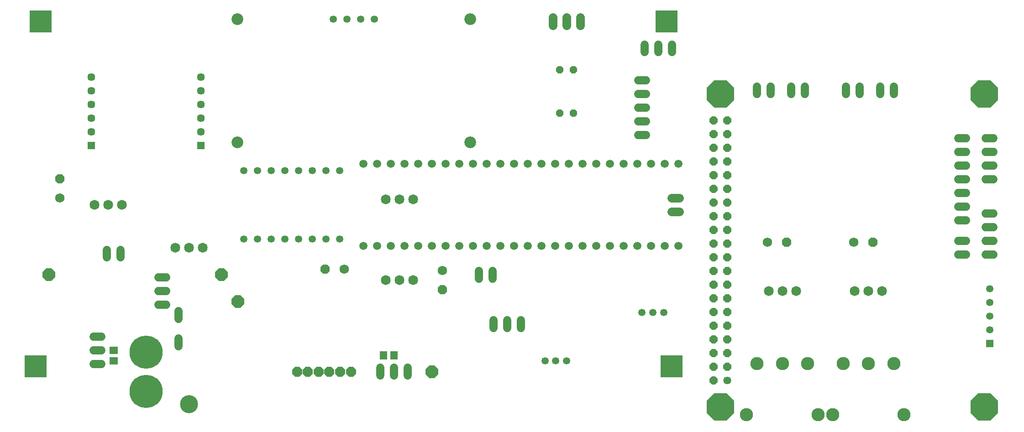
<source format=gbr>
G04 EAGLE Gerber RS-274X export*
G75*
%MOMM*%
%FSLAX34Y34*%
%LPD*%
%INSoldermask Bottom*%
%IPPOS*%
%AMOC8*
5,1,8,0,0,1.08239X$1,22.5*%
G01*
%ADD10C,3.350000*%
%ADD11C,1.515200*%
%ADD12C,1.650000*%
%ADD13R,1.450000X1.450000*%
%ADD14C,1.450000*%
%ADD15C,1.550000*%
%ADD16P,1.976877X8X202.500000*%
%ADD17C,1.350000*%
%ADD18C,1.566000*%
%ADD19C,2.182000*%
%ADD20C,6.150000*%
%ADD21C,1.826400*%
%ADD22P,1.894399X8X112.500000*%
%ADD23C,1.750200*%
%ADD24P,1.894399X8X202.500000*%
%ADD25P,1.894399X8X292.500000*%
%ADD26R,1.450000X1.650000*%
%ADD27R,1.650000X1.450000*%
%ADD28P,1.475081X8X202.500000*%
%ADD29P,2.499239X8X22.500000*%
%ADD30C,1.464400*%
%ADD31P,1.585052X8X112.500000*%
%ADD32R,1.350000X1.350000*%
%ADD33P,1.894399X8X22.500000*%
%ADD34C,2.450000*%
%ADD35R,4.110000X4.110000*%
%ADD36P,5.574308X8X22.500000*%


D10*
X310000Y40000D03*
D11*
X1217100Y486200D03*
X1191700Y486200D03*
X1166300Y486200D03*
X1140900Y486200D03*
X1115500Y486200D03*
X1090100Y486200D03*
X1064700Y486200D03*
X1039300Y486200D03*
X1013900Y486200D03*
X988500Y486200D03*
X963100Y486200D03*
X937700Y486200D03*
X912300Y486200D03*
X886900Y486200D03*
X836100Y486200D03*
X810700Y486200D03*
X785300Y486200D03*
X759900Y486200D03*
X886900Y333800D03*
X912300Y333800D03*
X937700Y333800D03*
X963100Y333800D03*
X988500Y333800D03*
X1013900Y333800D03*
X1039300Y333800D03*
X1064700Y333800D03*
X1090100Y333800D03*
X1115500Y333800D03*
X1140900Y333800D03*
X1166300Y333800D03*
X1191700Y333800D03*
X1217100Y333800D03*
X861500Y486200D03*
X759900Y333800D03*
X785300Y333800D03*
X810700Y333800D03*
X836100Y333800D03*
X861500Y333800D03*
X734500Y486200D03*
X709100Y486200D03*
X683700Y486200D03*
X658300Y486200D03*
X632900Y486200D03*
X632900Y333800D03*
X734500Y333800D03*
X709100Y333800D03*
X683700Y333800D03*
X658300Y333800D03*
D12*
X1204400Y422700D02*
X1219400Y422700D01*
X1219400Y397300D02*
X1204400Y397300D01*
D13*
X331600Y520000D03*
D14*
X331600Y545400D03*
D13*
X128400Y520000D03*
D14*
X331600Y647000D03*
X128400Y647000D03*
X331600Y570800D03*
X128400Y596200D03*
X128400Y621600D03*
X331600Y596200D03*
X331600Y621600D03*
X128400Y545400D03*
X128400Y570800D03*
D15*
X690000Y107000D02*
X690000Y93000D01*
X664600Y93000D02*
X664600Y107000D01*
X715400Y107000D02*
X715400Y93000D01*
X147000Y140000D02*
X133000Y140000D01*
X133000Y114600D02*
X147000Y114600D01*
X147000Y165400D02*
X133000Y165400D01*
D16*
X590000Y100000D03*
X570000Y100000D03*
X550000Y100000D03*
X530000Y100000D03*
X610000Y100000D03*
X510000Y100000D03*
D17*
X588900Y473500D03*
X563500Y473500D03*
X538100Y473500D03*
X512700Y473500D03*
X487300Y473500D03*
X461900Y473500D03*
X436500Y473500D03*
X411100Y473500D03*
X588900Y346500D03*
X563500Y346500D03*
X538100Y346500D03*
X512700Y346500D03*
X487300Y346500D03*
X461900Y346500D03*
X436500Y346500D03*
X411100Y346500D03*
D12*
X1035400Y742500D02*
X1035400Y757500D01*
X1010000Y757500D02*
X1010000Y742500D01*
X984600Y742500D02*
X984600Y757500D01*
D18*
X925400Y195180D02*
X925400Y181020D01*
X900000Y181020D02*
X900000Y195180D01*
X874600Y195180D02*
X874600Y181020D01*
D17*
X990000Y120000D03*
X1010000Y120000D03*
X970000Y120000D03*
D19*
X399100Y754300D03*
X830900Y754300D03*
X399100Y525700D03*
X830900Y525700D03*
D17*
X576900Y754300D03*
X602300Y754300D03*
X627700Y754300D03*
X653100Y754300D03*
D20*
X230000Y136250D03*
X230000Y63750D03*
D15*
X290000Y198400D02*
X290000Y212400D01*
X290000Y161600D02*
X290000Y147600D01*
D21*
X674600Y270000D03*
X700000Y270000D03*
X725400Y270000D03*
X674600Y420000D03*
X700000Y420000D03*
X725400Y420000D03*
X185400Y410000D03*
X160000Y410000D03*
X134600Y410000D03*
X335400Y330000D03*
X310000Y330000D03*
X284600Y330000D03*
D22*
X70000Y457780D03*
D23*
X70000Y422220D03*
D24*
X562220Y290000D03*
D23*
X597780Y290000D03*
D25*
X780000Y252220D03*
D23*
X780000Y287780D03*
D26*
X670500Y130000D03*
X689500Y130000D03*
D27*
X170000Y120500D03*
X170000Y139500D03*
D28*
X1022700Y660000D03*
X997300Y660000D03*
X1022700Y580000D03*
X997300Y580000D03*
D18*
X1205400Y692920D02*
X1205400Y707080D01*
X1180000Y707080D02*
X1180000Y692920D01*
X1154600Y692920D02*
X1154600Y707080D01*
X1157080Y640800D02*
X1142920Y640800D01*
X1142920Y615400D02*
X1157080Y615400D01*
X1157080Y590000D02*
X1142920Y590000D01*
X1142920Y564600D02*
X1157080Y564600D01*
X1157080Y539200D02*
X1142920Y539200D01*
X157300Y326080D02*
X157300Y311920D01*
X182700Y311920D02*
X182700Y326080D01*
X847300Y287080D02*
X847300Y272920D01*
X872700Y272920D02*
X872700Y287080D01*
X267080Y275400D02*
X252920Y275400D01*
X252920Y250000D02*
X267080Y250000D01*
X267080Y224600D02*
X252920Y224600D01*
D29*
X400000Y230000D03*
X50000Y280000D03*
X760000Y100000D03*
D17*
X1170000Y210000D03*
X1190000Y210000D03*
X1150000Y210000D03*
D29*
X370000Y280000D03*
D30*
X1307700Y83700D03*
D31*
X1282300Y83700D03*
X1307700Y109100D03*
X1282300Y109100D03*
X1307700Y134500D03*
X1282300Y134500D03*
X1307700Y159900D03*
X1282300Y159900D03*
X1307700Y185300D03*
X1282300Y185300D03*
X1307700Y210700D03*
X1282300Y210700D03*
X1307700Y236100D03*
X1282300Y236100D03*
X1307700Y261500D03*
X1282300Y261500D03*
X1307700Y286900D03*
X1282300Y286900D03*
X1307700Y312300D03*
X1282300Y312300D03*
X1307700Y337700D03*
X1282300Y337700D03*
X1307700Y363100D03*
X1282300Y363100D03*
X1307700Y388500D03*
X1282300Y388500D03*
X1307700Y413900D03*
X1282300Y413900D03*
X1307700Y439300D03*
X1282300Y439300D03*
X1307700Y464700D03*
X1282300Y464700D03*
X1307700Y490100D03*
X1282300Y490100D03*
X1307700Y515500D03*
X1282300Y515500D03*
X1307700Y540900D03*
X1282300Y540900D03*
X1307700Y566300D03*
X1282300Y566300D03*
D18*
X1787520Y317500D02*
X1801680Y317500D01*
X1801680Y342900D02*
X1787520Y342900D01*
X1787520Y368300D02*
X1801680Y368300D01*
X1801680Y393700D02*
X1787520Y393700D01*
X1787520Y457200D02*
X1801680Y457200D01*
X1801680Y482600D02*
X1787520Y482600D01*
X1787520Y508000D02*
X1801680Y508000D01*
X1801680Y533400D02*
X1787520Y533400D01*
D32*
X1794600Y152400D03*
D17*
X1794600Y177800D03*
X1794600Y203200D03*
X1794600Y228600D03*
X1794600Y254000D03*
D18*
X1750880Y381000D02*
X1736720Y381000D01*
X1736720Y406400D02*
X1750880Y406400D01*
X1750880Y431800D02*
X1736720Y431800D01*
X1736720Y457200D02*
X1750880Y457200D01*
X1750880Y482600D02*
X1736720Y482600D01*
X1736720Y508000D02*
X1750880Y508000D01*
X1750880Y533400D02*
X1736720Y533400D01*
X1736720Y317500D02*
X1750880Y317500D01*
X1750880Y342900D02*
X1736720Y342900D01*
X1553300Y615220D02*
X1553300Y629380D01*
X1527900Y629380D02*
X1527900Y615220D01*
X1388200Y615220D02*
X1388200Y629380D01*
X1362800Y629380D02*
X1362800Y615220D01*
D21*
X1595400Y250000D03*
X1570000Y250000D03*
X1544600Y250000D03*
X1435400Y250000D03*
X1410000Y250000D03*
X1384600Y250000D03*
D33*
X1577780Y340000D03*
D23*
X1542220Y340000D03*
D33*
X1417780Y340000D03*
D23*
X1382220Y340000D03*
D34*
X1617000Y115300D03*
X1570000Y115300D03*
X1523000Y115300D03*
X1636050Y20000D03*
X1503950Y20000D03*
X1457000Y115300D03*
X1410000Y115300D03*
X1363000Y115300D03*
X1476050Y20000D03*
X1343950Y20000D03*
D18*
X1616800Y615220D02*
X1616800Y629380D01*
X1591400Y629380D02*
X1591400Y615220D01*
X1451700Y615220D02*
X1451700Y629380D01*
X1426300Y629380D02*
X1426300Y615220D01*
D35*
X35000Y750000D03*
X1195000Y750000D03*
X25000Y110000D03*
X1205000Y110000D03*
D36*
X1295000Y35000D03*
X1295000Y615000D03*
X1785000Y615000D03*
X1785000Y35000D03*
M02*

</source>
